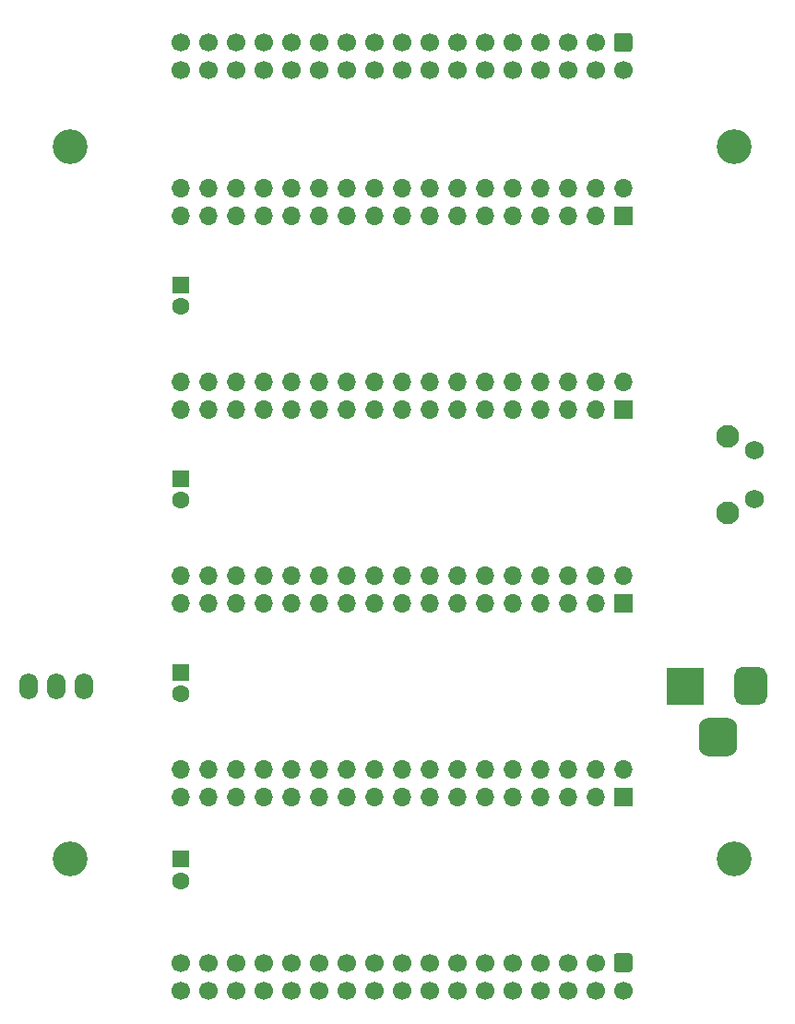
<source format=gbs>
%TF.GenerationSoftware,KiCad,Pcbnew,(5.1.10)-1*%
%TF.CreationDate,2022-01-30T10:28:43+01:00*%
%TF.ProjectId,Oric_BUS,4f726963-5f42-4555-932e-6b696361645f,1.0*%
%TF.SameCoordinates,PX6049a88PY791ddc0*%
%TF.FileFunction,Soldermask,Bot*%
%TF.FilePolarity,Negative*%
%FSLAX46Y46*%
G04 Gerber Fmt 4.6, Leading zero omitted, Abs format (unit mm)*
G04 Created by KiCad (PCBNEW (5.1.10)-1) date 2022-01-30 10:28:43*
%MOMM*%
%LPD*%
G01*
G04 APERTURE LIST*
%ADD10C,1.600000*%
%ADD11R,1.600000X1.600000*%
%ADD12C,1.700000*%
%ADD13O,1.700000X1.700000*%
%ADD14R,1.700000X1.700000*%
%ADD15C,2.100000*%
%ADD16C,1.750000*%
%ADD17R,3.500000X3.500000*%
%ADD18C,3.200000*%
%ADD19O,1.700000X2.400000*%
G04 APERTURE END LIST*
D10*
%TO.C,C4*%
X17780000Y66580000D03*
D11*
X17780000Y68580000D03*
%TD*%
D10*
%TO.C,C3*%
X17780000Y48800000D03*
D11*
X17780000Y50800000D03*
%TD*%
D12*
%TO.C,J5*%
X17780000Y88265000D03*
X20320000Y88265000D03*
X22860000Y88265000D03*
X25400000Y88265000D03*
X27940000Y88265000D03*
X30480000Y88265000D03*
X33020000Y88265000D03*
X35560000Y88265000D03*
X38100000Y88265000D03*
X40640000Y88265000D03*
X43180000Y88265000D03*
X45720000Y88265000D03*
X48260000Y88265000D03*
X50800000Y88265000D03*
X53340000Y88265000D03*
X55880000Y88265000D03*
X58420000Y88265000D03*
X17780000Y90805000D03*
X20320000Y90805000D03*
X22860000Y90805000D03*
X25400000Y90805000D03*
X27940000Y90805000D03*
X30480000Y90805000D03*
X33020000Y90805000D03*
X35560000Y90805000D03*
X38100000Y90805000D03*
X40640000Y90805000D03*
X43180000Y90805000D03*
X45720000Y90805000D03*
X48260000Y90805000D03*
X50800000Y90805000D03*
X53340000Y90805000D03*
X55880000Y90805000D03*
G36*
G01*
X57820000Y91655000D02*
X59020000Y91655000D01*
G75*
G02*
X59270000Y91405000I0J-250000D01*
G01*
X59270000Y90205000D01*
G75*
G02*
X59020000Y89955000I-250000J0D01*
G01*
X57820000Y89955000D01*
G75*
G02*
X57570000Y90205000I0J250000D01*
G01*
X57570000Y91405000D01*
G75*
G02*
X57820000Y91655000I250000J0D01*
G01*
G37*
%TD*%
D13*
%TO.C,J7*%
X17780000Y77470000D03*
X17780000Y74930000D03*
X20320000Y77470000D03*
X20320000Y74930000D03*
X22860000Y77470000D03*
X22860000Y74930000D03*
X25400000Y77470000D03*
X25400000Y74930000D03*
X27940000Y77470000D03*
X27940000Y74930000D03*
X30480000Y77470000D03*
X30480000Y74930000D03*
X33020000Y77470000D03*
X33020000Y74930000D03*
X35560000Y77470000D03*
X35560000Y74930000D03*
X38100000Y77470000D03*
X38100000Y74930000D03*
X40640000Y77470000D03*
X40640000Y74930000D03*
X43180000Y77470000D03*
X43180000Y74930000D03*
X45720000Y77470000D03*
X45720000Y74930000D03*
X48260000Y77470000D03*
X48260000Y74930000D03*
X50800000Y77470000D03*
X50800000Y74930000D03*
X53340000Y77470000D03*
X53340000Y74930000D03*
X55880000Y77470000D03*
X55880000Y74930000D03*
X58420000Y77470000D03*
D14*
X58420000Y74930000D03*
%TD*%
D10*
%TO.C,C1*%
X17780000Y13875000D03*
D11*
X17780000Y15875000D03*
%TD*%
D10*
%TO.C,C2*%
X17780000Y31020000D03*
D11*
X17780000Y33020000D03*
%TD*%
D15*
%TO.C,SW1*%
X67995000Y47645000D03*
D16*
X70485000Y48895000D03*
X70485000Y53395000D03*
D15*
X67995000Y54655000D03*
%TD*%
D13*
%TO.C,J4*%
X17780000Y59690000D03*
X17780000Y57150000D03*
X20320000Y59690000D03*
X20320000Y57150000D03*
X22860000Y59690000D03*
X22860000Y57150000D03*
X25400000Y59690000D03*
X25400000Y57150000D03*
X27940000Y59690000D03*
X27940000Y57150000D03*
X30480000Y59690000D03*
X30480000Y57150000D03*
X33020000Y59690000D03*
X33020000Y57150000D03*
X35560000Y59690000D03*
X35560000Y57150000D03*
X38100000Y59690000D03*
X38100000Y57150000D03*
X40640000Y59690000D03*
X40640000Y57150000D03*
X43180000Y59690000D03*
X43180000Y57150000D03*
X45720000Y59690000D03*
X45720000Y57150000D03*
X48260000Y59690000D03*
X48260000Y57150000D03*
X50800000Y59690000D03*
X50800000Y57150000D03*
X53340000Y59690000D03*
X53340000Y57150000D03*
X55880000Y59690000D03*
X55880000Y57150000D03*
X58420000Y59690000D03*
D14*
X58420000Y57150000D03*
%TD*%
D13*
%TO.C,J3*%
X17780000Y41910000D03*
X17780000Y39370000D03*
X20320000Y41910000D03*
X20320000Y39370000D03*
X22860000Y41910000D03*
X22860000Y39370000D03*
X25400000Y41910000D03*
X25400000Y39370000D03*
X27940000Y41910000D03*
X27940000Y39370000D03*
X30480000Y41910000D03*
X30480000Y39370000D03*
X33020000Y41910000D03*
X33020000Y39370000D03*
X35560000Y41910000D03*
X35560000Y39370000D03*
X38100000Y41910000D03*
X38100000Y39370000D03*
X40640000Y41910000D03*
X40640000Y39370000D03*
X43180000Y41910000D03*
X43180000Y39370000D03*
X45720000Y41910000D03*
X45720000Y39370000D03*
X48260000Y41910000D03*
X48260000Y39370000D03*
X50800000Y41910000D03*
X50800000Y39370000D03*
X53340000Y41910000D03*
X53340000Y39370000D03*
X55880000Y41910000D03*
X55880000Y39370000D03*
X58420000Y41910000D03*
D14*
X58420000Y39370000D03*
%TD*%
D13*
%TO.C,J2*%
X17780000Y24130000D03*
X17780000Y21590000D03*
X20320000Y24130000D03*
X20320000Y21590000D03*
X22860000Y24130000D03*
X22860000Y21590000D03*
X25400000Y24130000D03*
X25400000Y21590000D03*
X27940000Y24130000D03*
X27940000Y21590000D03*
X30480000Y24130000D03*
X30480000Y21590000D03*
X33020000Y24130000D03*
X33020000Y21590000D03*
X35560000Y24130000D03*
X35560000Y21590000D03*
X38100000Y24130000D03*
X38100000Y21590000D03*
X40640000Y24130000D03*
X40640000Y21590000D03*
X43180000Y24130000D03*
X43180000Y21590000D03*
X45720000Y24130000D03*
X45720000Y21590000D03*
X48260000Y24130000D03*
X48260000Y21590000D03*
X50800000Y24130000D03*
X50800000Y21590000D03*
X53340000Y24130000D03*
X53340000Y21590000D03*
X55880000Y24130000D03*
X55880000Y21590000D03*
X58420000Y24130000D03*
D14*
X58420000Y21590000D03*
%TD*%
%TO.C,J6*%
G36*
G01*
X68885000Y27925000D02*
X68885000Y26175000D01*
G75*
G02*
X68010000Y25300000I-875000J0D01*
G01*
X66260000Y25300000D01*
G75*
G02*
X65385000Y26175000I0J875000D01*
G01*
X65385000Y27925000D01*
G75*
G02*
X66260000Y28800000I875000J0D01*
G01*
X68010000Y28800000D01*
G75*
G02*
X68885000Y27925000I0J-875000D01*
G01*
G37*
G36*
G01*
X71635000Y32750000D02*
X71635000Y30750000D01*
G75*
G02*
X70885000Y30000000I-750000J0D01*
G01*
X69385000Y30000000D01*
G75*
G02*
X68635000Y30750000I0J750000D01*
G01*
X68635000Y32750000D01*
G75*
G02*
X69385000Y33500000I750000J0D01*
G01*
X70885000Y33500000D01*
G75*
G02*
X71635000Y32750000I0J-750000D01*
G01*
G37*
D17*
X64135000Y31750000D03*
%TD*%
D18*
%TO.C,H4*%
X68580000Y81280000D03*
%TD*%
D19*
%TO.C,JP1*%
X3810000Y31750000D03*
X6350000Y31750000D03*
X8890000Y31750000D03*
%TD*%
D18*
%TO.C,H3*%
X68580000Y15875000D03*
%TD*%
%TO.C,H2*%
X7620000Y15875000D03*
%TD*%
%TO.C,H1*%
X7620000Y81280000D03*
%TD*%
D12*
%TO.C,J1*%
X17780000Y3810000D03*
X20320000Y3810000D03*
X22860000Y3810000D03*
X25400000Y3810000D03*
X27940000Y3810000D03*
X30480000Y3810000D03*
X33020000Y3810000D03*
X35560000Y3810000D03*
X38100000Y3810000D03*
X40640000Y3810000D03*
X43180000Y3810000D03*
X45720000Y3810000D03*
X48260000Y3810000D03*
X50800000Y3810000D03*
X53340000Y3810000D03*
X55880000Y3810000D03*
X58420000Y3810000D03*
X17780000Y6350000D03*
X20320000Y6350000D03*
X22860000Y6350000D03*
X25400000Y6350000D03*
X27940000Y6350000D03*
X30480000Y6350000D03*
X33020000Y6350000D03*
X35560000Y6350000D03*
X38100000Y6350000D03*
X40640000Y6350000D03*
X43180000Y6350000D03*
X45720000Y6350000D03*
X48260000Y6350000D03*
X50800000Y6350000D03*
X53340000Y6350000D03*
X55880000Y6350000D03*
G36*
G01*
X57820000Y7200000D02*
X59020000Y7200000D01*
G75*
G02*
X59270000Y6950000I0J-250000D01*
G01*
X59270000Y5750000D01*
G75*
G02*
X59020000Y5500000I-250000J0D01*
G01*
X57820000Y5500000D01*
G75*
G02*
X57570000Y5750000I0J250000D01*
G01*
X57570000Y6950000D01*
G75*
G02*
X57820000Y7200000I250000J0D01*
G01*
G37*
%TD*%
M02*

</source>
